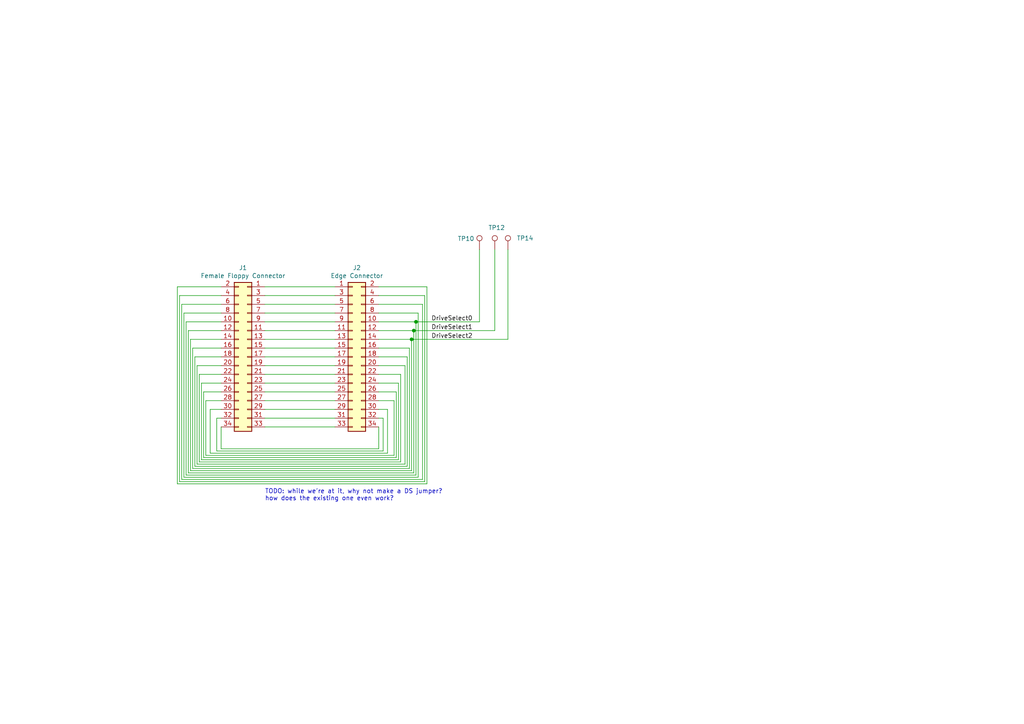
<source format=kicad_sch>
(kicad_sch (version 20211123) (generator eeschema)
  (paper "A4")
  (lib_symbols
    (symbol "Connector:TestPoint" (pin_numbers hide) (pin_names (offset 0.762) hide)
      (property "Reference" "TP" (at 0 6.858 0))
      (property "Value" "TestPoint" (at 0 5.08 0))
      (symbol "TestPoint_0_1"
        (circle (center 0 3.302) (radius 0.762))
      )
      (symbol "TestPoint_1_1"
        (pin passive line (at 0 0 90) (length 2.54) (name "1") (number "1"))
      )
    )
    (symbol "Connector_Generic:Conn_02x17_Odd_Even" (pin_names (offset 1.016) hide)
      (property "Reference" "J" (at 1.27 22.86 0))
      (property "Value" "Conn_02x17_Odd_Even" (at 1.27 -22.86 0))
      (symbol "Conn_02x17_Odd_Even_1_1"
        (rectangle (start -1.27 -20.193) (end 0 -20.447) (stroke (width 0.1524)))
        (rectangle (start -1.27 -17.653) (end 0 -17.907) (stroke (width 0.1524)))
        (rectangle (start -1.27 -15.113) (end 0 -15.367) (stroke (width 0.1524)))
        (rectangle (start -1.27 -12.573) (end 0 -12.827) (stroke (width 0.1524)))
        (rectangle (start -1.27 -10.033) (end 0 -10.287) (stroke (width 0.1524)))
        (rectangle (start -1.27 -7.493) (end 0 -7.747) (stroke (width 0.1524)))
        (rectangle (start -1.27 -4.953) (end 0 -5.207) (stroke (width 0.1524)))
        (rectangle (start -1.27 -2.413) (end 0 -2.667) (stroke (width 0.1524)))
        (rectangle (start -1.27 0.127) (end 0 -0.127) (stroke (width 0.1524)))
        (rectangle (start -1.27 2.667) (end 0 2.413) (stroke (width 0.1524)))
        (rectangle (start -1.27 5.207) (end 0 4.953) (stroke (width 0.1524)))
        (rectangle (start -1.27 7.747) (end 0 7.493) (stroke (width 0.1524)))
        (rectangle (start -1.27 10.287) (end 0 10.033) (stroke (width 0.1524)))
        (rectangle (start -1.27 12.827) (end 0 12.573) (stroke (width 0.1524)))
        (rectangle (start -1.27 15.367) (end 0 15.113) (stroke (width 0.1524)))
        (rectangle (start -1.27 17.907) (end 0 17.653) (stroke (width 0.1524)))
        (rectangle (start -1.27 20.447) (end 0 20.193) (stroke (width 0.1524)))
        (rectangle (start -1.27 21.59) (end 3.81 -21.59) (stroke (width 0.254)) (fill (type background)))
        (rectangle (start 3.81 -20.193) (end 2.54 -20.447) (stroke (width 0.1524)))
        (rectangle (start 3.81 -17.653) (end 2.54 -17.907) (stroke (width 0.1524)))
        (rectangle (start 3.81 -15.113) (end 2.54 -15.367) (stroke (width 0.1524)))
        (rectangle (start 3.81 -12.573) (end 2.54 -12.827) (stroke (width 0.1524)))
        (rectangle (start 3.81 -10.033) (end 2.54 -10.287) (stroke (width 0.1524)))
        (rectangle (start 3.81 -7.493) (end 2.54 -7.747) (stroke (width 0.1524)))
        (rectangle (start 3.81 -4.953) (end 2.54 -5.207) (stroke (width 0.1524)))
        (rectangle (start 3.81 -2.413) (end 2.54 -2.667) (stroke (width 0.1524)))
        (rectangle (start 3.81 0.127) (end 2.54 -0.127) (stroke (width 0.1524)))
        (rectangle (start 3.81 2.667) (end 2.54 2.413) (stroke (width 0.1524)))
        (rectangle (start 3.81 5.207) (end 2.54 4.953) (stroke (width 0.1524)))
        (rectangle (start 3.81 7.747) (end 2.54 7.493) (stroke (width 0.1524)))
        (rectangle (start 3.81 10.287) (end 2.54 10.033) (stroke (width 0.1524)))
        (rectangle (start 3.81 12.827) (end 2.54 12.573) (stroke (width 0.1524)))
        (rectangle (start 3.81 15.367) (end 2.54 15.113) (stroke (width 0.1524)))
        (rectangle (start 3.81 17.907) (end 2.54 17.653) (stroke (width 0.1524)))
        (rectangle (start 3.81 20.447) (end 2.54 20.193) (stroke (width 0.1524)))
        (pin passive line (at -5.08 20.32 0) (length 3.81) (name "Pin_1") (number "1"))
        (pin passive line (at 7.62 10.16 180) (length 3.81) (name "Pin_10") (number "10"))
        (pin passive line (at -5.08 7.62 0) (length 3.81) (name "Pin_11") (number "11"))
        (pin passive line (at 7.62 7.62 180) (length 3.81) (name "Pin_12") (number "12"))
        (pin passive line (at -5.08 5.08 0) (length 3.81) (name "Pin_13") (number "13"))
        (pin passive line (at 7.62 5.08 180) (length 3.81) (name "Pin_14") (number "14"))
        (pin passive line (at -5.08 2.54 0) (length 3.81) (name "Pin_15") (number "15"))
        (pin passive line (at 7.62 2.54 180) (length 3.81) (name "Pin_16") (number "16"))
        (pin passive line (at -5.08 0 0) (length 3.81) (name "Pin_17") (number "17"))
        (pin passive line (at 7.62 0 180) (length 3.81) (name "Pin_18") (number "18"))
        (pin passive line (at -5.08 -2.54 0) (length 3.81) (name "Pin_19") (number "19"))
        (pin passive line (at 7.62 20.32 180) (length 3.81) (name "Pin_2") (number "2"))
        (pin passive line (at 7.62 -2.54 180) (length 3.81) (name "Pin_20") (number "20"))
        (pin passive line (at -5.08 -5.08 0) (length 3.81) (name "Pin_21") (number "21"))
        (pin passive line (at 7.62 -5.08 180) (length 3.81) (name "Pin_22") (number "22"))
        (pin passive line (at -5.08 -7.62 0) (length 3.81) (name "Pin_23") (number "23"))
        (pin passive line (at 7.62 -7.62 180) (length 3.81) (name "Pin_24") (number "24"))
        (pin passive line (at -5.08 -10.16 0) (length 3.81) (name "Pin_25") (number "25"))
        (pin passive line (at 7.62 -10.16 180) (length 3.81) (name "Pin_26") (number "26"))
        (pin passive line (at -5.08 -12.7 0) (length 3.81) (name "Pin_27") (number "27"))
        (pin passive line (at 7.62 -12.7 180) (length 3.81) (name "Pin_28") (number "28"))
        (pin passive line (at -5.08 -15.24 0) (length 3.81) (name "Pin_29") (number "29"))
        (pin passive line (at -5.08 17.78 0) (length 3.81) (name "Pin_3") (number "3"))
        (pin passive line (at 7.62 -15.24 180) (length 3.81) (name "Pin_30") (number "30"))
        (pin passive line (at -5.08 -17.78 0) (length 3.81) (name "Pin_31") (number "31"))
        (pin passive line (at 7.62 -17.78 180) (length 3.81) (name "Pin_32") (number "32"))
        (pin passive line (at -5.08 -20.32 0) (length 3.81) (name "Pin_33") (number "33"))
        (pin passive line (at 7.62 -20.32 180) (length 3.81) (name "Pin_34") (number "34"))
        (pin passive line (at 7.62 17.78 180) (length 3.81) (name "Pin_4") (number "4"))
        (pin passive line (at -5.08 15.24 0) (length 3.81) (name "Pin_5") (number "5"))
        (pin passive line (at 7.62 15.24 180) (length 3.81) (name "Pin_6") (number "6"))
        (pin passive line (at -5.08 12.7 0) (length 3.81) (name "Pin_7") (number "7"))
        (pin passive line (at 7.62 12.7 180) (length 3.81) (name "Pin_8") (number "8"))
        (pin passive line (at -5.08 10.16 0) (length 3.81) (name "Pin_9") (number "9"))
      )
    )
  )
  (junction (at 120.65 93.345))
  (junction (at 119.38 98.425))
  (junction (at 120.015 95.885))
  (wire (pts (xy 76.835 116.205) (xy 97.155 116.205)))
  (wire (pts (xy 116.205 133.985) (xy 57.785 133.985)))
  (wire (pts (xy 109.855 118.745) (xy 112.395 118.745)))
  (wire (pts (xy 97.155 83.185) (xy 76.835 83.185)))
  (wire (pts (xy 109.855 103.505) (xy 118.11 103.505)))
  (wire (pts (xy 64.135 106.045) (xy 57.15 106.045)))
  (wire (pts (xy 112.395 131.445) (xy 60.96 131.445)))
  (wire (pts (xy 76.835 90.805) (xy 97.155 90.805)))
  (wire (pts (xy 52.705 139.065) (xy 122.555 139.065)))
  (wire (pts (xy 109.855 113.665) (xy 114.935 113.665)))
  (wire (pts (xy 109.855 123.825) (xy 109.855 130.175)))
  (wire (pts (xy 59.69 132.08) (xy 114.3 132.08)))
  (wire (pts (xy 55.88 135.89) (xy 55.88 100.965)))
  (wire (pts (xy 117.475 134.62) (xy 117.475 106.045)))
  (wire (pts (xy 56.515 103.505) (xy 64.135 103.505)))
  (wire (pts (xy 112.395 118.745) (xy 112.395 131.445)))
  (wire (pts (xy 97.155 88.265) (xy 76.835 88.265)))
  (wire (pts (xy 120.65 93.345) (xy 139.065 93.345)))
  (wire (pts (xy 119.38 98.425) (xy 109.855 98.425)))
  (wire (pts (xy 114.3 132.08) (xy 114.3 116.205)))
  (wire (pts (xy 64.135 130.175) (xy 64.135 123.825)))
  (wire (pts (xy 118.745 100.965) (xy 118.745 135.89)))
  (wire (pts (xy 76.835 95.885) (xy 97.155 95.885)))
  (wire (pts (xy 97.155 98.425) (xy 76.835 98.425)))
  (wire (pts (xy 120.65 93.345) (xy 109.855 93.345)))
  (wire (pts (xy 76.835 111.125) (xy 97.155 111.125)))
  (wire (pts (xy 51.435 83.185) (xy 51.435 140.335)))
  (wire (pts (xy 55.245 98.425) (xy 55.245 136.525)))
  (wire (pts (xy 123.19 85.725) (xy 123.19 139.7)))
  (wire (pts (xy 114.935 132.715) (xy 59.055 132.715)))
  (wire (pts (xy 115.57 111.125) (xy 109.855 111.125)))
  (wire (pts (xy 52.07 85.725) (xy 64.135 85.725)))
  (wire (pts (xy 111.125 121.285) (xy 109.855 121.285)))
  (wire (pts (xy 122.555 139.065) (xy 122.555 88.265)))
  (wire (pts (xy 60.96 118.745) (xy 64.135 118.745)))
  (wire (pts (xy 58.42 133.35) (xy 115.57 133.35)))
  (wire (pts (xy 120.65 137.795) (xy 120.65 93.345)))
  (wire (pts (xy 143.51 72.39) (xy 143.51 95.885)))
  (wire (pts (xy 64.135 93.345) (xy 53.975 93.345)))
  (wire (pts (xy 97.155 93.345) (xy 76.835 93.345)))
  (wire (pts (xy 123.825 140.335) (xy 123.825 83.185)))
  (wire (pts (xy 97.155 123.825) (xy 76.835 123.825)))
  (wire (pts (xy 109.855 100.965) (xy 118.745 100.965)))
  (wire (pts (xy 76.835 121.285) (xy 97.155 121.285)))
  (wire (pts (xy 116.205 108.585) (xy 116.205 133.985)))
  (wire (pts (xy 97.155 118.745) (xy 76.835 118.745)))
  (wire (pts (xy 121.285 138.43) (xy 53.34 138.43)))
  (wire (pts (xy 119.38 98.425) (xy 147.32 98.425)))
  (wire (pts (xy 76.835 100.965) (xy 97.155 100.965)))
  (wire (pts (xy 120.015 95.885) (xy 120.015 137.16)))
  (wire (pts (xy 64.135 121.285) (xy 62.865 121.285)))
  (wire (pts (xy 52.705 88.265) (xy 52.705 139.065)))
  (wire (pts (xy 64.135 88.265) (xy 52.705 88.265)))
  (wire (pts (xy 123.825 83.185) (xy 109.855 83.185)))
  (wire (pts (xy 123.19 139.7) (xy 52.07 139.7)))
  (wire (pts (xy 109.855 95.885) (xy 120.015 95.885)))
  (wire (pts (xy 57.15 134.62) (xy 117.475 134.62)))
  (wire (pts (xy 118.11 103.505) (xy 118.11 135.255)))
  (wire (pts (xy 111.125 130.81) (xy 111.125 121.285)))
  (wire (pts (xy 114.3 116.205) (xy 109.855 116.205)))
  (wire (pts (xy 114.935 113.665) (xy 114.935 132.715)))
  (wire (pts (xy 119.38 136.525) (xy 119.38 98.425)))
  (wire (pts (xy 120.015 137.16) (xy 54.61 137.16)))
  (wire (pts (xy 62.865 130.81) (xy 111.125 130.81)))
  (wire (pts (xy 64.135 111.125) (xy 58.42 111.125)))
  (wire (pts (xy 55.245 136.525) (xy 119.38 136.525)))
  (wire (pts (xy 97.155 108.585) (xy 76.835 108.585)))
  (wire (pts (xy 58.42 111.125) (xy 58.42 133.35)))
  (wire (pts (xy 118.745 135.89) (xy 55.88 135.89)))
  (wire (pts (xy 55.88 100.965) (xy 64.135 100.965)))
  (wire (pts (xy 64.135 98.425) (xy 55.245 98.425)))
  (wire (pts (xy 147.32 72.39) (xy 147.32 98.425)))
  (wire (pts (xy 109.855 108.585) (xy 116.205 108.585)))
  (wire (pts (xy 120.015 95.885) (xy 143.51 95.885)))
  (wire (pts (xy 53.975 137.795) (xy 120.65 137.795)))
  (wire (pts (xy 76.835 85.725) (xy 97.155 85.725)))
  (wire (pts (xy 57.15 106.045) (xy 57.15 134.62)))
  (wire (pts (xy 62.865 121.285) (xy 62.865 130.81)))
  (wire (pts (xy 118.11 135.255) (xy 56.515 135.255)))
  (wire (pts (xy 59.69 116.205) (xy 59.69 132.08)))
  (wire (pts (xy 109.855 90.805) (xy 121.285 90.805)))
  (wire (pts (xy 109.855 85.725) (xy 123.19 85.725)))
  (wire (pts (xy 54.61 137.16) (xy 54.61 95.885)))
  (wire (pts (xy 97.155 113.665) (xy 76.835 113.665)))
  (wire (pts (xy 115.57 133.35) (xy 115.57 111.125)))
  (wire (pts (xy 109.855 130.175) (xy 64.135 130.175)))
  (wire (pts (xy 59.055 113.665) (xy 64.135 113.665)))
  (wire (pts (xy 139.065 72.39) (xy 139.065 93.345)))
  (wire (pts (xy 57.785 133.985) (xy 57.785 108.585)))
  (wire (pts (xy 57.785 108.585) (xy 64.135 108.585)))
  (wire (pts (xy 53.975 93.345) (xy 53.975 137.795)))
  (wire (pts (xy 97.155 103.505) (xy 76.835 103.505)))
  (wire (pts (xy 117.475 106.045) (xy 109.855 106.045)))
  (wire (pts (xy 60.96 131.445) (xy 60.96 118.745)))
  (wire (pts (xy 53.34 90.805) (xy 64.135 90.805)))
  (wire (pts (xy 76.835 106.045) (xy 97.155 106.045)))
  (wire (pts (xy 52.07 139.7) (xy 52.07 85.725)))
  (wire (pts (xy 53.34 138.43) (xy 53.34 90.805)))
  (wire (pts (xy 59.055 132.715) (xy 59.055 113.665)))
  (wire (pts (xy 54.61 95.885) (xy 64.135 95.885)))
  (wire (pts (xy 51.435 140.335) (xy 123.825 140.335)))
  (wire (pts (xy 64.135 83.185) (xy 51.435 83.185)))
  (wire (pts (xy 121.285 90.805) (xy 121.285 138.43)))
  (wire (pts (xy 56.515 135.255) (xy 56.515 103.505)))
  (wire (pts (xy 122.555 88.265) (xy 109.855 88.265)))
  (wire (pts (xy 64.135 116.205) (xy 59.69 116.205)))
  (text "TODO: while we're at it, why not make a DS jumper?\nhow does the existing one even work?" (at 76.835 145.415 0) (effects (font (size 1.27 1.27)) (justify left bottom)))
  (label "DriveSelect1" (at 125.095 95.885 0))
  (label "DriveSelect2" (at 125.095 98.425 0))
  (label "DriveSelect0" (at 125.095 93.345 0))
  (symbol (lib_id "Connector_Generic:Conn_02x17_Odd_Even") (at 102.235 103.505 0) (unit 1)
    (property "Reference" "J2" (at 103.505 77.6732 0))
    (property "Value" "Edge Connector" (at 103.505 79.9846 0))
    (property "Footprint" "EdgeConnectors:FloppyEdge" (effects hide))
  )
  (symbol (lib_id "Connector_Generic:Conn_02x17_Odd_Even") (at 71.755 103.505 0) (mirror y) (unit 1)
    (property "Reference" "J1" (at 70.485 77.6732 0))
    (property "Value" "Female Floppy Connector" (at 70.485 79.9846 0))
    (property "Footprint" "Connector_PinHeader_2.54mm:PinHeader_2x17_P2.54mm_Vertical" (effects hide))
  )
  (symbol (lib_id "Connector:TestPoint") (at 139.065 72.39 0) (unit 1)
    (property "Reference" "TP10" (at 132.715 69.215 0) (effects (justify left)))
    (property "Value" "TestPoint" (effects hide))
    (property "Footprint" "TestPoint:TestPoint_Pad_3.0x3.0mm" (effects hide))
  )
  (symbol (lib_id "Connector:TestPoint") (at 143.51 72.39 0) (unit 1)
    (property "Reference" "TP12" (at 141.605 66.04 0) (effects (justify left)))
    (property "Value" "TestPoint" (effects hide))
    (property "Footprint" "TestPoint:TestPoint_Pad_3.0x3.0mm" (effects hide))
  )
  (symbol (lib_id "Connector:TestPoint") (at 147.32 72.39 0) (unit 1)
    (property "Reference" "TP14" (at 149.86 69.0879 0) (effects (justify left)))
    (property "Value" "TestPoint" (effects hide))
    (property "Footprint" "TestPoint:TestPoint_Pad_3.0x3.0mm" (effects hide))
  )
)
</source>
